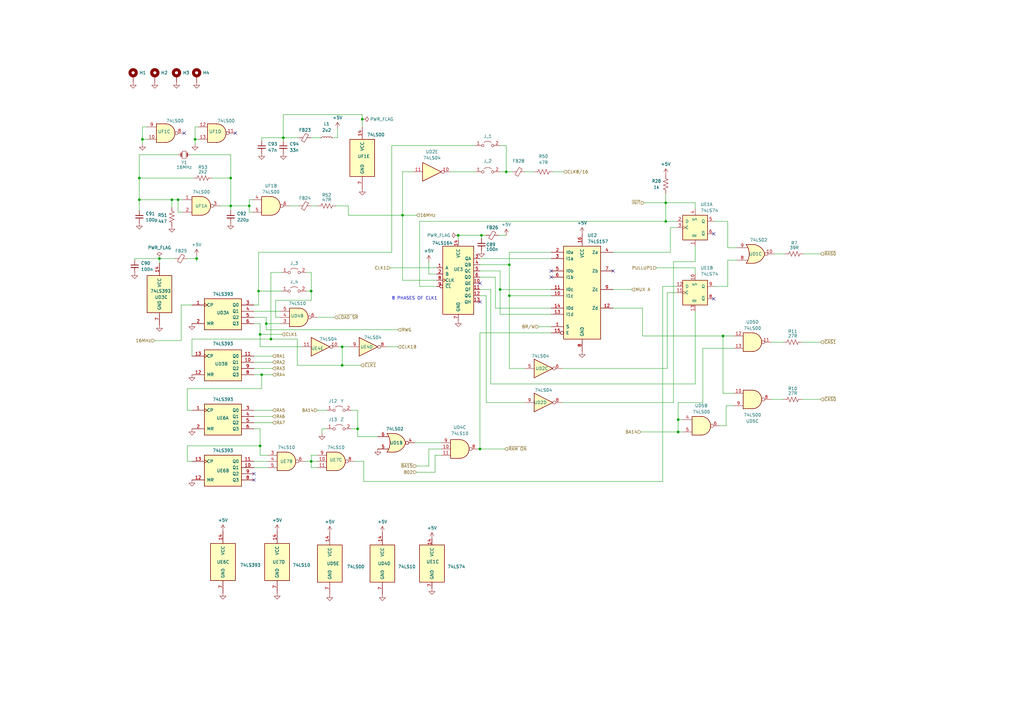
<source format=kicad_sch>
(kicad_sch (version 20250114) (generator "eeschema") (generator_version "9.0")
  (paper "A3")
  (title_block (title "Master Timing") (rev "E") (company "Commodore") (comment 1 "Logic Diagram Universal PET") (comment 2 "8032081-06") (comment 3 "http://www.zimmers.net/anonftp/pub/cbm/schematics/computers/pet/univ/8032081-06.gif"))
  (circle (center 75.565 323.85) (radius 0.635) (fill (type color)))
  (circle (center 64.135 327.66) (radius 0.635) (fill (type color)))
  (circle (center 68.58 335.28) (radius 0.635) (fill (type color)))
  (circle (center 60.96 335.28) (radius 0.635) (fill (type color)))
  (circle (center 78.74 335.28) (radius 0.635) (fill (type color)))
  (circle (center 68.58 327.66) (radius 0.635) (fill (type color)))
  (circle (center 75.565 327.66) (radius 0.635) (fill (type color)))
  (rectangle (start 53.34 329.565) (end 80.645 329.565) (stroke (width 0) (type dash)))
  (circle (center 68.58 331.47) (radius 0.635) (fill (type color)))
  (circle (center 71.755 335.28) (radius 0.635) (fill (type color)))
  (rectangle (start 75.565 327.66) (end 78.74 327.66))
  (circle (center 64.135 335.28) (radius 0.635) (fill (type color)))
  (circle (center 71.755 327.66) (radius 0.635) (fill (type color)))
  (rectangle (start 68.58 331.47) (end 71.755 331.47))
  (rectangle (start 53.34 317.5) (end 80.645 317.5) (stroke (width 0) (type dash)))
  (circle (center 60.96 323.85) (radius 0.635) (fill (type color)))
  (rectangle (start 60.96 323.85) (end 64.135 323.85))
  (circle (center 64.135 323.85) (radius 0.635) (fill (type color)))
  (rectangle (start 66.04 317.5) (end 66.04 337.185))
  (circle (center 78.74 323.85) (radius 0.635) (fill (type color)))
  (circle (center 64.135 331.47) (radius 0.635) (fill (type color)))
  (rectangle (start 60.96 335.28) (end 64.135 335.28))
  (rectangle (start 53.34 333.375) (end 80.645 333.375) (stroke (width 0) (type dash)))
  (circle (center 78.74 327.66) (radius 0.635) (fill (type color)))
  (rectangle (start 68.58 323.85) (end 71.755 323.85))
  (circle (center 75.565 331.47) (radius 0.635) (fill (type color)))
  (circle (center 60.96 327.66) (radius 0.635) (fill (type color)))
  (circle (center 68.58 323.85) (radius 0.635) (fill (type color)))
  (circle (center 75.565 335.28) (radius 0.635) (fill (type color)))
  (rectangle (start 58.42 317.5) (end 58.42 337.185))
  (rectangle (start 53.34 325.755) (end 80.645 325.755) (stroke (width 0) (type dash)))
  (rectangle (start 75.565 331.47) (end 78.74 331.47))
  (circle (center 71.755 323.85) (radius 0.635) (fill (type color)))
  (rectangle (start 53.34 312.42) (end 80.645 312.42) (stroke (width 0) (type dash)))
  (circle (center 71.755 331.47) (radius 0.635) (fill (type color)))
  (rectangle (start 53.34 307.34) (end 80.645 337.185) (stroke (width 0) (type dash)))
  (circle (center 60.96 331.47) (radius 0.635) (fill (type color)))
  (circle (center 78.74 331.47) (radius 0.635) (fill (type color)))
  (rectangle (start 53.34 321.945) (end 80.645 321.945) (stroke (width 0) (type dash)))
  (rectangle (start 73.66 317.5) (end 73.66 337.185))
  (text "32K" (at 60.325 320.675 0) (effects (font (size 1.27 1.27)) (justify left bottom)))
  (text "8 PHASES OF CLK1" (at 160.655 123.19 0) (effects (font (size 1.27 1.27)) (justify left bottom)))
  (text "16K" (at 67.945 320.675 0) (effects (font (size 1.27 1.27)) (justify left bottom)))
  (text "Y" (at 55.245 332.74 0) (effects (font (size 1.27 1.27)) (justify left bottom)))
  (text "W" (at 55.245 324.485 0) (effects (font (size 1.27 1.27)) (justify left bottom)))
  (text "JUMPER TABLE" (at 59.69 311.15 0) (effects (font (size 1.27 1.27)) (justify left bottom)))
  (text "Z" (at 55.245 336.55 0) (effects (font (size 1.27 1.27)) (justify left bottom)))
  (text "X" (at 55.245 328.295 0) (effects (font (size 1.27 1.27)) (justify left bottom)))
  (text "8K" (at 75.565 320.675 0) (effects (font (size 1.27 1.27)) (justify left bottom)))
  (text "MEMORY JUMPERS" (at 58.42 316.23 0) (effects (font (size 1.27 1.27)) (justify left bottom)))
  (junction (at 205.105 118.745))
  (junction (at 80.01 57.15))
  (junction (at 111.125 139.065))
  (junction (at 73.025 81.915))
  (junction (at 116.205 56.515))
  (junction (at 140.335 149.86))
  (junction (at 65.405 106.045))
  (junction (at 208.915 108.585))
  (junction (at 127.635 189.23))
  (junction (at 106.68 137.16))
  (junction (at 278.13 172.085))
  (junction (at 273.05 90.805))
  (junction (at 127.635 119.38))
  (junction (at 207.645 70.485))
  (junction (at 148.59 48.895))
  (junction (at 296.545 137.795))
  (junction (at 278.13 177.165))
  (junction (at 109.22 132.715))
  (junction (at 208.915 121.285))
  (junction (at 57.15 81.915))
  (junction (at 80.645 106.045))
  (junction (at 106.045 119.38))
  (junction (at 197.485 96.52))
  (junction (at 94.615 84.455))
  (junction (at 106.68 182.88))
  (junction (at 58.42 57.15))
  (junction (at 70.485 81.915))
  (junction (at 165.1 88.265))
  (junction (at 102.235 84.455))
  (junction (at 146.685 175.895))
  (junction (at 107.315 153.67))
  (junction (at 187.96 96.52))
  (junction (at 196.85 184.15))
  (junction (at 57.15 73.025))
  (junction (at 273.05 83.185))
  (junction (at 140.335 142.24))
  (junction (at 94.615 73.025))
  (no_connect (at 196.85 123.825))
  (no_connect (at 196.85 116.205))
  (no_connect (at 226.06 113.665))
  (no_connect (at 251.46 111.125))
  (no_connect (at 104.14 196.85))
  (no_connect (at 292.735 122.555))
  (no_connect (at 226.06 111.125))
  (no_connect (at 104.14 194.31))
  (no_connect (at 96.52 54.61))
  (no_connect (at 75.565 54.61))
  (no_connect (at 292.735 95.885))
  (wire (pts (xy 111.125 111.76) (xy 111.125 139.065)))
  (wire (pts (xy 70.485 81.915) (xy 73.025 81.915)))
  (wire (pts (xy 58.42 57.15) (xy 58.42 52.07)))
  (wire (pts (xy 144.145 175.895) (xy 146.685 175.895)))
  (wire (pts (xy 292.735 117.475) (xy 298.45 117.475)))
  (wire (pts (xy 298.45 101.6) (xy 298.45 90.805)))
  (wire (pts (xy 297.815 174.625) (xy 295.275 174.625)))
  (wire (pts (xy 127.635 186.69) (xy 127.635 189.23)))
  (wire (pts (xy 199.39 121.285) (xy 199.39 165.1)))
  (wire (pts (xy 273.05 83.185) (xy 273.05 90.805)))
  (wire (pts (xy 106.045 103.505) (xy 106.045 119.38)))
  (wire (pts (xy 63.5 139.7) (xy 74.295 139.7)))
  (wire (pts (xy 154.94 179.07) (xy 146.685 179.07)))
  (wire (pts (xy 179.07 114.935) (xy 165.1 114.935)))
  (wire (pts (xy 137.795 84.455) (xy 142.875 84.455)))
  (wire (pts (xy 269.24 109.855) (xy 285.115 109.855)))
  (wire (pts (xy 116.205 56.515) (xy 107.315 56.515)))
  (wire (pts (xy 207.645 59.69) (xy 207.645 70.485)))
  (wire (pts (xy 146.685 175.895) (xy 146.685 179.07)))
  (wire (pts (xy 122.555 56.515) (xy 116.205 56.515)))
  (wire (pts (xy 86.995 73.025) (xy 94.615 73.025)))
  (wire (pts (xy 196.85 108.585) (xy 208.915 108.585)))
  (wire (pts (xy 208.915 103.505) (xy 226.06 103.505)))
  (wire (pts (xy 197.485 96.52) (xy 197.485 97.79)))
  (wire (pts (xy 106.045 119.38) (xy 106.045 125.095)))
  (wire (pts (xy 78.74 146.05) (xy 78.74 139.065)))
  (wire (pts (xy 285.115 85.725) (xy 285.115 83.185)))
  (wire (pts (xy 196.215 184.15) (xy 196.85 184.15)))
  (wire (pts (xy 94.615 84.455) (xy 94.615 73.025)))
  (wire (pts (xy 116.205 46.99) (xy 148.59 46.99)))
  (wire (pts (xy 94.615 63.5) (xy 78.105 63.5)))
  (wire (pts (xy 160.02 109.855) (xy 179.07 109.855)))
  (wire (pts (xy 328.93 140.335) (xy 336.55 140.335)))
  (wire (pts (xy 196.85 118.745) (xy 201.295 118.745)))
  (wire (pts (xy 109.22 132.715) (xy 114.935 132.715)))
  (wire (pts (xy 104.14 127.635) (xy 114.935 127.635)))
  (wire (pts (xy 106.68 175.895) (xy 104.14 175.895)))
  (wire (pts (xy 298.45 106.68) (xy 302.26 106.68)))
  (wire (pts (xy 172.085 90.805) (xy 273.05 90.805)))
  (wire (pts (xy 73.025 86.995) (xy 73.025 81.915)))
  (wire (pts (xy 106.68 182.88) (xy 106.68 186.69)))
  (wire (pts (xy 140.335 142.24) (xy 140.335 149.86)))
  (wire (pts (xy 104.14 189.23) (xy 109.855 189.23)))
  (wire (pts (xy 205.105 118.745) (xy 226.06 118.745)))
  (wire (pts (xy 113.03 130.175) (xy 113.03 123.19)))
  (wire (pts (xy 205.105 111.125) (xy 205.105 118.745)))
  (wire (pts (xy 175.895 112.395) (xy 179.07 112.395)))
  (wire (pts (xy 127.635 56.515) (xy 131.445 56.515)))
  (wire (pts (xy 300.99 166.37) (xy 297.815 166.37)))
  (wire (pts (xy 288.29 142.875) (xy 288.29 165.1)))
  (wire (pts (xy 70.485 85.09) (xy 70.485 81.915)))
  (wire (pts (xy 127.635 189.23) (xy 130.175 189.23)))
  (wire (pts (xy 127.635 119.38) (xy 127.635 111.76)))
  (wire (pts (xy 57.15 81.915) (xy 70.485 81.915)))
  (wire (pts (xy 125.73 119.38) (xy 127.635 119.38)))
  (wire (pts (xy 104.14 146.05) (xy 111.76 146.05)))
  (wire (pts (xy 285.115 83.185) (xy 273.05 83.185)))
  (wire (pts (xy 104.14 191.77) (xy 109.855 191.77)))
  (wire (pts (xy 109.22 130.175) (xy 109.22 132.715)))
  (wire (pts (xy 276.225 107.315) (xy 276.225 165.1)))
  (wire (pts (xy 316.23 163.83) (xy 321.31 163.83)))
  (wire (pts (xy 73.025 63.5) (xy 57.15 63.5)))
  (wire (pts (xy 74.295 139.7) (xy 74.295 125.095)))
  (wire (pts (xy 104.14 130.175) (xy 109.22 130.175)))
  (wire (pts (xy 226.695 70.485) (xy 231.14 70.485)))
  (wire (pts (xy 106.045 125.095) (xy 104.14 125.095)))
  (wire (pts (xy 104.14 170.815) (xy 111.76 170.815)))
  (wire (pts (xy 57.15 86.36) (xy 57.15 81.915)))
  (wire (pts (xy 76.835 159.385) (xy 107.315 159.385)))
  (wire (pts (xy 57.15 73.025) (xy 57.15 81.915)))
  (wire (pts (xy 208.915 108.585) (xy 208.915 103.505)))
  (wire (pts (xy 203.2 126.365) (xy 203.2 113.665)))
  (wire (pts (xy 107.315 56.515) (xy 107.315 57.785)))
  (wire (pts (xy 296.545 161.29) (xy 296.545 137.795)))
  (wire (pts (xy 94.615 84.455) (xy 94.615 86.36)))
  (wire (pts (xy 197.485 96.52) (xy 199.39 96.52)))
  (wire (pts (xy 138.43 56.515) (xy 136.525 56.515)))
  (wire (pts (xy 278.13 172.085) (xy 280.035 172.085)))
  (wire (pts (xy 130.175 130.175) (xy 137.16 130.175)))
  (wire (pts (xy 273.05 79.375) (xy 273.05 83.185)))
  (wire (pts (xy 196.85 136.525) (xy 196.85 184.15)))
  (wire (pts (xy 288.29 165.1) (xy 278.13 165.1)))
  (wire (pts (xy 196.85 136.525) (xy 226.06 136.525)))
  (wire (pts (xy 113.03 123.19) (xy 127.635 123.19)))
  (wire (pts (xy 90.17 84.455) (xy 94.615 84.455)))
  (wire (pts (xy 196.85 121.285) (xy 199.39 121.285)))
  (wire (pts (xy 76.835 182.88) (xy 106.68 182.88)))
  (wire (pts (xy 271.78 197.485) (xy 149.225 197.485)))
  (wire (pts (xy 264.16 83.185) (xy 273.05 83.185)))
  (wire (pts (xy 104.14 132.715) (xy 106.68 132.715)))
  (wire (pts (xy 273.685 151.13) (xy 230.505 151.13)))
  (wire (pts (xy 251.46 103.505) (xy 274.955 103.505)))
  (wire (pts (xy 78.74 139.065) (xy 111.125 139.065)))
  (wire (pts (xy 140.335 142.24) (xy 139.065 142.24)))
  (wire (pts (xy 132.08 175.895) (xy 133.985 175.895)))
  (wire (pts (xy 277.495 120.015) (xy 273.685 120.015)))
  (wire (pts (xy 196.85 184.15) (xy 207.01 184.15)))
  (wire (pts (xy 163.195 135.255) (xy 109.22 135.255)))
  (wire (pts (xy 106.68 142.24) (xy 106.68 137.16)))
  (wire (pts (xy 127.635 191.77) (xy 130.175 191.77)))
  (wire (pts (xy 170.18 181.61) (xy 180.975 181.61)))
  (wire (pts (xy 274.955 93.345) (xy 277.495 93.345)))
  (wire (pts (xy 80.645 106.045) (xy 80.645 104.775)))
  (wire (pts (xy 178.435 186.69) (xy 180.975 186.69)))
  (wire (pts (xy 147.955 149.86) (xy 140.335 149.86)))
  (wire (pts (xy 142.875 84.455) (xy 142.875 88.265)))
  (wire (pts (xy 106.68 137.16) (xy 115.57 137.16)))
  (wire (pts (xy 114.935 130.175) (xy 113.03 130.175)))
  (wire (pts (xy 71.755 106.045) (xy 65.405 106.045)))
  (wire (pts (xy 329.565 104.14) (xy 336.55 104.14)))
  (wire (pts (xy 205.105 118.745) (xy 205.105 128.905)))
  (wire (pts (xy 196.85 111.125) (xy 205.105 111.125)))
  (wire (pts (xy 165.1 88.265) (xy 170.815 88.265)))
  (wire (pts (xy 196.85 113.665) (xy 203.2 113.665)))
  (wire (pts (xy 273.05 90.805) (xy 277.495 90.805)))
  (wire (pts (xy 204.47 96.52) (xy 207.645 96.52)))
  (wire (pts (xy 146.685 168.275) (xy 146.685 175.895)))
  (wire (pts (xy 149.225 189.23) (xy 145.415 189.23)))
  (wire (pts (xy 276.225 165.1) (xy 230.505 165.1)))
  (wire (pts (xy 104.14 151.13) (xy 111.76 151.13)))
  (wire (pts (xy 251.46 118.745) (xy 259.08 118.745)))
  (wire (pts (xy 130.175 168.275) (xy 133.985 168.275)))
  (wire (pts (xy 104.14 168.275) (xy 111.76 168.275)))
  (wire (pts (xy 102.235 81.915) (xy 103.505 81.915)))
  (wire (pts (xy 138.43 52.705) (xy 138.43 56.515)))
  (wire (pts (xy 208.915 121.285) (xy 226.06 121.285)))
  (wire (pts (xy 104.14 153.67) (xy 107.315 153.67)))
  (wire (pts (xy 273.685 120.015) (xy 273.685 151.13)))
  (wire (pts (xy 121.92 149.86) (xy 140.335 149.86)))
  (wire (pts (xy 74.93 86.995) (xy 73.025 86.995)))
  (wire (pts (xy 172.085 117.475) (xy 172.085 90.805)))
  (wire (pts (xy 107.315 159.385) (xy 107.315 153.67)))
  (wire (pts (xy 170.815 193.675) (xy 178.435 193.675)))
  (wire (pts (xy 127.635 123.19) (xy 127.635 119.38)))
  (wire (pts (xy 278.13 172.085) (xy 278.13 177.165)))
  (wire (pts (xy 102.235 84.455) (xy 102.235 81.915)))
  (wire (pts (xy 132.08 177.8) (xy 132.08 175.895)))
  (wire (pts (xy 175.895 107.315) (xy 175.895 112.395)))
  (wire (pts (xy 109.855 186.69) (xy 106.68 186.69)))
  (wire (pts (xy 142.875 88.265) (xy 165.1 88.265)))
  (wire (pts (xy 205.105 59.69) (xy 207.645 59.69)))
  (wire (pts (xy 300.99 161.29) (xy 296.545 161.29)))
  (wire (pts (xy 292.735 90.805) (xy 298.45 90.805)))
  (wire (pts (xy 78.74 168.275) (xy 76.835 168.275)))
  (wire (pts (xy 196.85 106.045) (xy 226.06 106.045)))
  (wire (pts (xy 165.1 88.265) (xy 165.1 114.935)))
  (wire (pts (xy 55.245 106.68) (xy 55.245 106.045)))
  (wire (pts (xy 297.815 166.37) (xy 297.815 174.625)))
  (wire (pts (xy 208.915 108.585) (xy 208.915 121.285)))
  (wire (pts (xy 102.235 86.995) (xy 102.235 84.455)))
  (wire (pts (xy 160.655 103.505) (xy 106.045 103.505)))
  (wire (pts (xy 58.42 59.055) (xy 58.42 57.15)))
  (wire (pts (xy 203.2 126.365) (xy 226.06 126.365)))
  (wire (pts (xy 262.89 177.165) (xy 278.13 177.165)))
  (wire (pts (xy 73.025 81.915) (xy 74.93 81.915)))
  (wire (pts (xy 278.13 165.1) (xy 278.13 172.085)))
  (wire (pts (xy 109.22 132.715) (xy 109.22 135.255)))
  (wire (pts (xy 80.01 57.15) (xy 81.28 57.15)))
  (wire (pts (xy 220.98 133.985) (xy 226.06 133.985)))
  (wire (pts (xy 118.745 84.455) (xy 122.555 84.455)))
  (wire (pts (xy 172.085 117.475) (xy 179.07 117.475)))
  (wire (pts (xy 316.23 140.335) (xy 321.31 140.335)))
  (wire (pts (xy 285.115 157.48) (xy 285.115 127.635)))
  (wire (pts (xy 278.13 177.165) (xy 280.035 177.165)))
  (wire (pts (xy 103.505 86.995) (xy 102.235 86.995)))
  (wire (pts (xy 58.42 52.07) (xy 60.325 52.07)))
  (wire (pts (xy 158.75 142.24) (xy 163.195 142.24)))
  (wire (pts (xy 208.915 121.285) (xy 208.915 151.13)))
  (wire (pts (xy 148.59 46.99) (xy 148.59 48.895)))
  (wire (pts (xy 296.545 137.795) (xy 263.525 137.795)))
  (wire (pts (xy 148.59 48.895) (xy 148.59 52.07)))
  (wire (pts (xy 187.96 98.425) (xy 187.96 96.52)))
  (wire (pts (xy 285.115 109.855) (xy 285.115 112.395)))
  (wire (pts (xy 199.39 165.1) (xy 215.265 165.1)))
  (wire (pts (xy 74.295 125.095) (xy 78.74 125.095)))
  (wire (pts (xy 277.495 117.475) (xy 271.78 117.475)))
  (wire (pts (xy 215.265 70.485) (xy 219.075 70.485)))
  (wire (pts (xy 160.655 59.69) (xy 160.655 103.505)))
  (wire (pts (xy 65.405 106.045) (xy 65.405 107.95)))
  (wire (pts (xy 107.315 153.67) (xy 111.76 153.67)))
  (wire (pts (xy 271.78 117.475) (xy 271.78 197.485)))
  (wire (pts (xy 165.1 70.485) (xy 169.545 70.485)))
  (wire (pts (xy 80.645 106.045) (xy 80.645 107.315)))
  (wire (pts (xy 180.975 184.15) (xy 175.895 184.15)))
  (wire (pts (xy 298.45 117.475) (xy 298.45 106.68)))
  (wire (pts (xy 58.42 57.15) (xy 60.325 57.15)))
  (wire (pts (xy 184.785 70.485) (xy 194.945 70.485)))
  (wire (pts (xy 104.14 173.355) (xy 111.76 173.355)))
  (wire (pts (xy 285.115 107.315) (xy 276.225 107.315)))
  (wire (pts (xy 140.335 142.24) (xy 143.51 142.24)))
  (wire (pts (xy 80.01 52.07) (xy 81.28 52.07)))
  (wire (pts (xy 149.225 197.485) (xy 149.225 189.23)))
  (wire (pts (xy 94.615 84.455) (xy 102.235 84.455)))
  (wire (pts (xy 116.205 56.515) (xy 116.205 57.785)))
  (wire (pts (xy 207.645 70.485) (xy 205.105 70.485)))
  (wire (pts (xy 175.895 184.15) (xy 175.895 191.135)))
  (wire (pts (xy 205.105 128.905) (xy 226.06 128.905)))
  (wire (pts (xy 76.835 189.23) (xy 76.835 182.88)))
  (wire (pts (xy 300.99 142.875) (xy 288.29 142.875)))
  (wire (pts (xy 146.685 168.275) (xy 144.145 168.275)))
  (wire (pts (xy 263.525 126.365) (xy 263.525 137.795)))
  (wire (pts (xy 55.245 106.045) (xy 65.405 106.045)))
  (wire (pts (xy 80.01 52.07) (xy 80.01 57.15)))
  (wire (pts (xy 127.635 189.23) (xy 127.635 191.77)))
  (wire (pts (xy 78.74 189.23) (xy 76.835 189.23)))
  (wire (pts (xy 116.205 56.515) (xy 116.205 46.99)))
  (wire (pts (xy 328.93 163.83) (xy 336.55 163.83)))
  (wire (pts (xy 121.92 139.065) (xy 121.92 149.86)))
  (wire (pts (xy 194.945 59.69) (xy 160.655 59.69)))
  (wire (pts (xy 130.175 186.69) (xy 127.635 186.69)))
  (wire (pts (xy 79.375 73.025) (xy 57.15 73.025)))
  (wire (pts (xy 80.01 57.15) (xy 80.01 59.055)))
  (wire (pts (xy 201.295 118.745) (xy 201.295 157.48)))
  (wire (pts (xy 208.915 151.13) (xy 215.265 151.13)))
  (wire (pts (xy 111.125 139.065) (xy 121.92 139.065)))
  (wire (pts (xy 317.5 104.14) (xy 321.945 104.14)))
  (wire (pts (xy 274.955 93.345) (xy 274.955 103.505)))
  (wire (pts (xy 106.68 132.715) (xy 106.68 137.16)))
  (wire (pts (xy 76.835 168.275) (xy 76.835 159.385)))
  (wire (pts (xy 106.68 175.895) (xy 106.68 182.88)))
  (wire (pts (xy 300.99 137.795) (xy 296.545 137.795)))
  (wire (pts (xy 285.115 100.965) (xy 285.115 107.315)))
  (wire (pts (xy 127.635 84.455) (xy 130.175 84.455)))
  (wire (pts (xy 178.435 193.675) (xy 178.435 186.69)))
  (wire (pts (xy 104.14 148.59) (xy 111.76 148.59)))
  (wire (pts (xy 201.295 157.48) (xy 285.115 157.48)))
  (wire (pts (xy 165.1 88.265) (xy 165.1 70.485)))
  (wire (pts (xy 187.96 96.52) (xy 197.485 96.52)))
  (wire (pts (xy 57.15 63.5) (xy 57.15 73.025)))
  (wire (pts (xy 125.095 189.23) (xy 127.635 189.23)))
  (wire (pts (xy 76.835 106.045) (xy 80.645 106.045)))
  (wire (pts (xy 123.825 142.24) (xy 106.68 142.24)))
  (wire (pts (xy 106.045 119.38) (xy 115.57 119.38)))
  (wire (pts (xy 302.26 101.6) (xy 298.45 101.6)))
  (wire (pts (xy 251.46 126.365) (xy 263.525 126.365)))
  (wire (pts (xy 94.615 73.025) (xy 94.615 63.5)))
  (wire (pts (xy 115.57 111.76) (xy 111.125 111.76)))
  (wire (pts (xy 127.635 111.76) (xy 125.73 111.76)))
  (wire (pts (xy 170.815 191.135) (xy 175.895 191.135)))
  (wire (pts (xy 207.645 70.485) (xy 210.185 70.485)))
  (hierarchical_label "RA4" (shape input) (at 111.76 153.67 0))
  (hierarchical_label "~{BA15}" (shape input) (at 170.815 191.135 180))
  (hierarchical_label "~{RAM ON}" (shape input) (at 207.01 184.15 0))
  (hierarchical_label "BR{slash}W" (shape input) (at 220.98 133.985 180))
  (hierarchical_label "~{LOAD SR}" (shape input) (at 137.16 130.175 0))
  (hierarchical_label "~{CAS1}" (shape input) (at 336.55 140.335 0))
  (hierarchical_label "RA3" (shape input) (at 111.76 151.13 0))
  (hierarchical_label "MUX A" (shape input) (at 259.08 118.745 0))
  (hierarchical_label "RWG" (shape input) (at 163.195 135.255 0))
  (hierarchical_label "16MHz" (shape input) (at 63.5 139.7 180))
  (hierarchical_label "~{CLK1}" (shape input) (at 147.955 149.86 0))
  (hierarchical_label "CLK1" (shape input) (at 160.02 109.855 180))
  (hierarchical_label "BA14" (shape input) (at 130.175 168.275 180))
  (hierarchical_label "~{CAS0}" (shape input) (at 336.55 163.83 0))
  (hierarchical_label "RA2" (shape input) (at 111.76 148.59 0))
  (hierarchical_label "16MHz" (shape input) (at 170.815 88.265 0))
  (hierarchical_label "B02" (shape input) (at 170.815 193.675 180))
  (hierarchical_label "~{RAS0}" (shape input) (at 336.55 104.14 0))
  (hierarchical_label "~{INIT}" (shape input) (at 264.16 83.185 180))
  (hierarchical_label "RA7" (shape input) (at 111.76 173.355 0))
  (hierarchical_label "CLK8{slash}16" (shape input) (at 231.14 70.485 0))
  (hierarchical_label "CLK1B" (shape input) (at 163.195 142.24 0))
  (hierarchical_label "PULLUP1" (shape input) (at 269.24 109.855 180))
  (hierarchical_label "RA6" (shape input) (at 111.76 170.815 0))
  (hierarchical_label "BA14" (shape input) (at 262.89 177.165 180))
  (hierarchical_label "CLK1" (shape input) (at 115.57 137.16 0))
  (hierarchical_label "RA1" (shape input) (at 111.76 146.05 0))
  (hierarchical_label "RA5" (shape input) (at 111.76 168.275 0))
  (symbol (lib_id "74xx:74LS10") (at 113.665 230.505 0) (unit 4)
    (property "Reference" "UE7" (at 111.76 230.505 0) (effects (justify left)))
    (property "Value" "74LS10" (at 120.015 231.775 0) (effects (justify left)))
    (property "Footprint" "Package_DIP:DIP-14_W7.62mm" (effects (hide yes)))
    (property "Datasheet" "http://www.ti.com/lit/gpn/sn74LS10" (effects (hide yes)))
  )
  (symbol (lib_id "74xx:74LS10") (at 137.795 189.23 0) (unit 3)
    (property "Reference" "UE7" (at 137.795 188.595 0))
    (property "Value" "74LS10" (at 137.7867 183.515 0))
    (property "Footprint" "Package_DIP:DIP-14_W7.62mm" (effects (hide yes)))
    (property "Datasheet" "http://www.ti.com/lit/gpn/sn74LS10" (effects (hide yes)))
  )
  (symbol (lib_id "power:GND") (at 135.255 243.84 0) (unit 1)
    (property "Reference" "#PWR0301" (effects (hide yes)))
    (property "Value" "GND" (effects (hide yes)))
  )
  (symbol (lib_id "Jumper:Jumper_2_Open") (at 139.065 168.275 0) (unit 1) (in_bom no)
    (property "Reference" "J12" (at 136.525 164.465 0))
    (property "Value" "Y" (at 140.335 164.465 0))
    (property "Footprint" "Jumpers:Jumper-12.4mm" (effects (hide yes)))
  )
  (symbol (lib_id "Device:FerriteBead_Small") (at 201.93 96.52 90) (unit 1)
    (property "Reference" "FB26" (at 201.93 93.345 90))
    (property "Value" "Ferrite Bead" (effects (hide yes)))
    (property "Footprint" "Ferrite:FerriteBead" (effects (hide yes)))
  )
  (symbol (lib_id "74xx:74LS00") (at 308.61 163.83 0) (mirror x) (unit 3)
    (property "Reference" "UD5" (at 308.6017 172.72 0))
    (property "Value" "74LS00" (at 308.6017 170.18 0))
    (property "Footprint" "Package_DIP:DIP-14_W7.62mm" (effects (hide yes)))
    (property "Datasheet" "http://www.ti.com/lit/gpn/sn74ls00" (effects (hide yes)))
  )
  (symbol (lib_id "power:GND") (at 116.205 62.865 0) (unit 1)
    (property "Reference" "#PWR0282" (effects (hide yes)))
    (property "Value" "GND" (effects (hide yes)))
  )
  (symbol (lib_id "Device:C_Small") (at 55.245 109.22 0) (unit 1)
    (property "Reference" "C90" (at 57.785 107.9563 0) (effects (justify left)))
    (property "Value" "100n" (at 57.785 110.4963 0) (effects (justify left)))
    (property "Footprint" "Capacitors:C_Axial" (effects (hide yes)))
  )
  (symbol (lib_id "power:+5V") (at 113.665 217.805 0) (unit 1)
    (property "Reference" "#PWR0289" (effects (hide yes)))
    (property "Value" "+5V" (at 113.665 213.36 0))
  )
  (symbol (lib_id "Device:L_Small") (at 133.985 56.515 90) (unit 1)
    (property "Reference" "L1" (at 133.985 50.8 90))
    (property "Value" "2u2" (at 133.985 53.34 90))
    (property "Footprint" "Capacitors:C_Axial" (effects (hide yes)))
  )
  (symbol (lib_id "74xx:74LS02") (at 162.56 181.61 0) (mirror x) (unit 2)
    (property "Reference" "UD1" (at 162.56 181.61 0))
    (property "Value" "74LS02" (at 161.925 175.895 0))
    (property "Footprint" "Package_DIP:DIP-14_W7.62mm" (effects (hide yes)))
    (property "Datasheet" "http://www.ti.com/lit/gpn/sn74ls02" (effects (hide yes)))
  )
  (symbol (lib_id "74xx:74LS393") (at 91.44 230.505 0) (unit 3)
    (property "Reference" "UE6" (at 88.9 230.505 0) (effects (justify left)))
    (property "Value" "74LS393" (at 98.425 231.775 0) (effects (justify left)))
    (property "Footprint" "Package_DIP:DIP-14_W7.62mm" (effects (hide yes)))
    (property "Datasheet" "74xx\\74LS393.pdf" (effects (hide yes)))
  )
  (symbol (lib_id "power:GND") (at 54.61 33.655 0) (unit 1)
    (property "Reference" "#PWR0337" (effects (hide yes)))
    (property "Value" "GND" (effects (hide yes)))
  )
  (symbol (lib_id "Device:FerriteBead_Small") (at 74.295 106.045 90) (unit 1)
    (property "Reference" "FB25" (at 74.295 102.87 90))
    (property "Value" "Ferrite Bead" (effects (hide yes)))
    (property "Footprint" "Ferrite:FerriteBead" (effects (hide yes)))
  )
  (symbol (lib_id "74xx:74LS00") (at 67.945 54.61 0) (unit 3)
    (property "Reference" "UF1" (at 67.31 53.975 0))
    (property "Value" "74LS00" (at 71.755 49.53 0))
    (property "Footprint" "Package_DIP:DIP-14_W7.62mm" (effects (hide yes)))
    (property "Datasheet" "http://www.ti.com/lit/gpn/sn74ls00" (effects (hide yes)))
  )
  (symbol (lib_id "Mechanical:MountingHole_Pad") (at 80.645 31.115 0) (unit 1) (in_bom no)
    (property "Reference" "H4" (at 83.185 29.845 0) (effects (justify left)))
    (property "Value" "MountingHole_Pad" (effects (hide yes)))
    (property "Footprint" "MountingHole:MountingHole_2.2mm_M2_Pad" (effects (hide yes)))
  )
  (symbol (lib_id "74xx:74LS00") (at 82.55 84.455 0) (unit 1)
    (property "Reference" "UF1" (at 82.55 84.455 0))
    (property "Value" "74LS00" (at 82.5417 78.74 0))
    (property "Footprint" "Package_DIP:DIP-14_W7.62mm" (effects (hide yes)))
    (property "Datasheet" "http://www.ti.com/lit/gpn/sn74ls00" (effects (hide yes)))
  )
  (symbol (lib_id "Jumper:Jumper_2_Open") (at 200.025 70.485 0) (unit 1) (in_bom no)
    (property "Reference" "J_2" (at 200.025 66.04 0))
    (property "Value" "Jumper_2_Open" (effects (hide yes)))
    (property "Footprint" "Jumpers:Jumper-7.6mm" (effects (hide yes)))
  )
  (symbol (lib_id "74xx:74LS74") (at 285.115 120.015 0) (unit 2)
    (property "Reference" "UE1" (at 287.3091 109.855 0) (effects (justify left)))
    (property "Value" "74LS74" (at 287.3091 112.395 0) (effects (justify left)))
    (property "Footprint" "Package_DIP:DIP-14_W7.62mm" (effects (hide yes)))
    (property "Datasheet" "74xx/74hc_hct74.pdf" (effects (hide yes)))
  )
  (symbol (lib_id "74xx:74LS04") (at 131.445 142.24 0) (unit 5)
    (property "Reference" "UE4" (at 130.175 142.875 0))
    (property "Value" "74LS04" (at 134.62 139.065 0))
    (property "Footprint" "Package_DIP:DIP-14_W7.62mm" (effects (hide yes)))
    (property "Datasheet" "http://www.ti.com/lit/gpn/sn74LS04" (effects (hide yes)))
  )
  (symbol (lib_id "Jumper:Jumper_2_Open") (at 120.65 111.76 0) (unit 1) (in_bom no)
    (property "Reference" "J_3" (at 120.65 107.95 0))
    (property "Value" "Jumper_2_Open" (effects (hide yes)))
    (property "Footprint" "Jumpers:Jumper-12.4mm" (effects (hide yes)))
  )
  (symbol (lib_id "74xx:74LS00") (at 148.59 64.77 0) (unit 5)
    (property "Reference" "UF1" (at 146.685 64.135 0) (effects (justify left)))
    (property "Value" "74LS00" (at 150.495 55.245 0) (effects (justify left)))
    (property "Footprint" "Package_DIP:DIP-14_W7.62mm" (effects (hide yes)))
    (property "Datasheet" "http://www.ti.com/lit/gpn/sn74ls00" (effects (hide yes)))
  )
  (symbol (lib_id "power:+5V") (at 156.845 218.44 0) (unit 1)
    (property "Reference" "#PWR0304" (effects (hide yes)))
    (property "Value" "+5V" (at 156.845 213.995 0))
  )
  (symbol (lib_id "74xx:74LS04") (at 177.165 70.485 0) (unit 5)
    (property "Reference" "UD2" (at 177.165 62.23 0))
    (property "Value" "74LS04" (at 177.165 64.77 0))
    (property "Footprint" "Package_DIP:DIP-14_W7.62mm" (effects (hide yes)))
    (property "Datasheet" "http://www.ti.com/lit/gpn/sn74LS04" (effects (hide yes)))
  )
  (symbol (lib_id "power:GND") (at 91.44 243.205 0) (unit 1)
    (property "Reference" "#PWR0221" (effects (hide yes)))
    (property "Value" "GND" (effects (hide yes)))
  )
  (symbol (lib_id "Logic:74LS164") (at 187.96 113.665 0) (unit 1)
    (property "Reference" "UE3" (at 186.055 110.49 0) (effects (justify left)))
    (property "Value" "74LS164" (at 177.165 99.695 0) (effects (justify left)))
    (property "Footprint" "Package_DIP:DIP-14_W7.62mm" (effects (hide yes)))
  )
  (symbol (lib_id "Device:R_US") (at 325.12 163.83 90) (unit 1)
    (property "Reference" "R10" (at 325.12 159.385 90))
    (property "Value" "27R" (at 325.12 161.29 90))
    (property "Footprint" "Resistors:R_Axial" (effects (hide yes)))
  )
  (symbol (lib_id "74xx:74LS00") (at 88.9 54.61 0) (unit 4)
    (property "Reference" "UF1" (at 88.265 53.975 0))
    (property "Value" "74LS00" (at 92.71 49.53 0))
    (property "Footprint" "Package_DIP:DIP-14_W7.62mm" (effects (hide yes)))
    (property "Datasheet" "http://www.ti.com/lit/gpn/sn74ls00" (effects (hide yes)))
  )
  (symbol (lib_id "power:+5V") (at 207.645 96.52 0) (unit 1)
    (property "Reference" "#PWR0213" (effects (hide yes)))
    (property "Value" "+5V" (at 207.645 92.075 0))
  )
  (symbol (lib_id "power:+5V") (at 273.05 71.755 0) (unit 1)
    (property "Reference" "#PWR0290" (effects (hide yes)))
    (property "Value" "+5V" (at 273.05 67.31 0))
  )
  (symbol (lib_id "power:GND") (at 80.645 33.655 0) (unit 1)
    (property "Reference" "#PWR0340" (effects (hide yes)))
    (property "Value" "GND" (effects (hide yes)))
  )
  (symbol (lib_id "power:GND") (at 113.665 243.205 0) (unit 1)
    (property "Reference" "#PWR0222" (effects (hide yes)))
    (property "Value" "GND" (effects (hide yes)))
  )
  (symbol (lib_id "power:GND") (at 156.845 243.84 0) (unit 1)
    (property "Reference" "#PWR0305" (effects (hide yes)))
    (property "Value" "GND" (effects (hide yes)))
  )
  (symbol (lib_id "74xx:74LS74") (at 177.165 231.14 0) (unit 3)
    (property "Reference" "UE1" (at 174.879 230.378 0) (effects (justify left)))
    (property "Value" "74LS74" (at 183.515 232.41 0) (effects (justify left)))
    (property "Footprint" "Package_DIP:DIP-14_W7.62mm" (effects (hide yes)))
    (property "Datasheet" "74xx/74hc_hct74.pdf" (effects (hide yes)))
  )
  (symbol (lib_id "Device:C_Small") (at 197.485 100.33 0) (unit 1)
    (property "Reference" "C89" (at 199.39 100.33 0) (effects (justify left)))
    (property "Value" "100n" (at 199.39 102.235 0) (effects (justify left)))
    (property "Footprint" "Capacitors:C_Axial" (effects (hide yes)))
  )
  (symbol (lib_id "74xx:74LS00") (at 111.125 84.455 0) (unit 2)
    (property "Reference" "UF1" (at 111.1167 76.2 0))
    (property "Value" "74LS00" (at 111.1167 78.74 0))
    (property "Footprint" "Package_DIP:DIP-14_W7.62mm" (effects (hide yes)))
    (property "Datasheet" "http://www.ti.com/lit/gpn/sn74ls00" (effects (hide yes)))
  )
  (symbol (lib_id "power:GND") (at 107.315 62.865 0) (unit 1)
    (property "Reference" "#PWR0281" (effects (hide yes)))
    (property "Value" "GND" (effects (hide yes)))
  )
  (symbol (lib_id "74xx:74LS10") (at 156.845 231.14 0) (unit 4)
    (property "Reference" "UD4" (at 154.94 231.14 0) (effects (justify left)))
    (property "Value" "74LS10" (at 163.195 232.41 0) (effects (justify left)))
    (property "Footprint" "Package_DIP:DIP-14_W7.62mm" (effects (hide yes)))
    (property "Datasheet" "http://www.ti.com/lit/gpn/sn74LS10" (effects (hide yes)))
  )
  (symbol (lib_id "power:+5V") (at 91.44 217.805 0) (unit 1)
    (property "Reference" "#PWR0288" (effects (hide yes)))
    (property "Value" "+5V" (at 91.44 213.36 0))
  )
  (symbol (lib_id "Device:FerriteBead_Small") (at 125.095 56.515 90) (unit 1)
    (property "Reference" "FB23" (at 125.095 53.34 90))
    (property "Value" "Ferrite Bead" (effects (hide yes)))
    (property "Footprint" "Ferrite:FerriteBead" (effects (hide yes)))
  )
  (symbol (lib_id "Jumper:Jumper_2_Open") (at 139.065 175.895 0) (unit 1) (in_bom no)
    (property "Reference" "J13" (at 136.525 172.085 0))
    (property "Value" "Z" (at 140.335 172.085 0))
    (property "Footprint" "Jumpers:Jumper-12.4mm" (effects (hide yes)))
  )
  (symbol (lib_id "Mechanical:MountingHole_Pad") (at 63.5 31.115 0) (unit 1) (in_bom no)
    (property "Reference" "H2" (at 66.04 29.845 0) (effects (justify left)))
    (property "Value" "MountingHole_Pad" (effects (hide yes)))
    (property "Footprint" "MountingHole:MountingHole_2.2mm_M2_Pad" (effects (hide yes)))
  )
  (symbol (lib_id "power:GND") (at 78.74 196.85 0) (unit 1)
    (property "Reference" "#PWR0220" (effects (hide yes)))
    (property "Value" "GND" (effects (hide yes)))
  )
  (symbol (lib_id "power:GND") (at 70.485 92.71 0) (unit 1)
    (property "Reference" "#PWR0212" (effects (hide yes)))
    (property "Value" "GND" (effects (hide yes)))
  )
  (symbol (lib_id "74xx:74LS157") (at 238.76 118.745 0) (unit 1)
    (property "Reference" "UE2" (at 240.9541 96.52 0) (effects (justify left)))
    (property "Value" "74LS157" (at 240.9541 99.06 0) (effects (justify left)))
    (property "Footprint" "Package_DIP:DIP-16_W7.62mm" (effects (hide yes)))
    (property "Datasheet" "http://www.ti.com/lit/gpn/sn74LS157" (effects (hide yes)))
  )
  (symbol (lib_id "74xx:74LS04") (at 222.885 151.13 0) (unit 3)
    (property "Reference" "UD2" (at 222.25 151.13 0))
    (property "Value" "74LS04" (at 221.615 146.05 0))
    (property "Footprint" "Package_DIP:DIP-14_W7.62mm" (effects (hide yes)))
    (property "Datasheet" "http://www.ti.com/lit/gpn/sn74LS04" (effects (hide yes)))
  )
  (symbol (lib_id "power:PWR_FLAG") (at 65.405 106.045 0) (unit 1)
    (property "Reference" "#FLG010" (effects (hide yes)))
    (property "Value" "PWR_FLAG" (at 65.405 101.6 0))
  )
  (symbol (lib_id "power:GND") (at 197.485 102.87 0) (unit 1)
    (property "Reference" "#PWR0321" (effects (hide yes)))
    (property "Value" "GND" (effects (hide yes)))
  )
  (symbol (lib_id "power:GND") (at 148.59 77.47 0) (unit 1)
    (property "Reference" "#PWR0224" (effects (hide yes)))
    (property "Value" "GND" (effects (hide yes)))
  )
  (symbol (lib_id "Jumper:Jumper_2_Open") (at 200.025 59.69 0) (unit 1) (in_bom no)
    (property "Reference" "J_1" (at 200.025 55.88 0))
    (property "Value" "Jumper_2_Open" (effects (hide yes)))
    (property "Footprint" "Jumpers:Jumper-7.6mm" (effects (hide yes)))
  )
  (symbol (lib_id "power:GND") (at 187.96 131.445 0) (unit 1)
    (property "Reference" "#PWR0214" (effects (hide yes)))
    (property "Value" "GND" (effects (hide yes)))
  )
  (symbol (lib_id "power:+5V") (at 80.645 104.775 0) (unit 1)
    (property "Reference" "#PWR0216" (effects (hide yes)))
    (property "Value" "+5V" (at 80.645 100.33 0))
  )
  (symbol (lib_id "power:GND") (at 238.76 144.145 0) (unit 1)
    (property "Reference" "#PWR0223" (effects (hide yes)))
    (property "Value" "GND" (effects (hide yes)))
  )
  (symbol (lib_id "Device:FerriteBead_Small") (at 212.725 70.485 90) (unit 1)
    (property "Reference" "FB28" (at 212.6869 66.04 90))
    (property "Value" "Ferrite Bead" (effects (hide yes)))
    (property "Footprint" "Ferrite:FerriteBead" (effects (hide yes)))
  )
  (symbol (lib_id "Device:C_Small") (at 57.15 88.9 0) (unit 1)
    (property "Reference" "C91" (at 59.69 87.6363 0) (effects (justify left)))
    (property "Value" "100p" (at 59.69 90.1763 0) (effects (justify left)))
    (property "Footprint" "Capacitors:C_Axial" (effects (hide yes)))
  )
  (symbol (lib_id "power:+5V") (at 177.165 220.98 0) (unit 1)
    (property "Reference" "#PWR0310" (effects (hide yes)))
    (property "Value" "+5V" (at 177.165 216.535 0))
  )
  (symbol (lib_id "74xx:74LS04") (at 151.13 142.24 0) (unit 4)
    (property "Reference" "UE4" (at 150.368 142.24 0))
    (property "Value" "74LS04" (at 152.908 138.43 0))
    (property "Footprint" "Package_DIP:DIP-14_W7.62mm" (effects (hide yes)))
    (property "Datasheet" "http://www.ti.com/lit/gpn/sn74LS04" (effects (hide yes)))
  )
  (symbol (lib_id "74xx:74LS393") (at 91.44 127.635 0) (unit 1)
    (property "Reference" "UD3" (at 91.44 128.27 0))
    (property "Value" "74LS393" (at 91.44 120.65 0))
    (property "Footprint" "Package_DIP:DIP-14_W7.62mm" (effects (hide yes)))
    (property "Datasheet" "74xx\\74LS393.pdf" (effects (hide yes)))
  )
  (symbol (lib_id "74xx:74LS04") (at 222.885 165.1 0) (unit 4)
    (property "Reference" "UD2" (at 221.615 165.1 0))
    (property "Value" "74LS04" (at 222.885 160.02 0))
    (property "Footprint" "Package_DIP:DIP-14_W7.62mm" (effects (hide yes)))
    (property "Datasheet" "http://www.ti.com/lit/gpn/sn74LS04" (effects (hide yes)))
  )
  (symbol (lib_id "74xx:74LS10") (at 188.595 184.15 0) (unit 3)
    (property "Reference" "UD4" (at 188.5867 175.26 0))
    (property "Value" "74LS10" (at 188.5867 177.8 0))
    (property "Footprint" "Package_DIP:DIP-14_W7.62mm" (effects (hide yes)))
    (property "Datasheet" "http://www.ti.com/lit/gpn/sn74LS10" (effects (hide yes)))
  )
  (symbol (lib_id "Device:Crystal_Small") (at 75.565 63.5 0) (unit 1)
    (property "Reference" "Y1" (at 75.565 66.675 0))
    (property "Value" "16MHz" (at 75.565 68.58 0))
    (property "Footprint" "Crystal:Crystal_HC49-U_Vertical" (effects (hide yes)))
  )
  (symbol (lib_id "power:PWR_FLAG") (at 187.96 96.52 90) (unit 1)
    (property "Reference" "#FLG012" (effects (hide yes)))
    (property "Value" "PWR_FLAG" (at 184.785 96.52 90) (effects (justify left)))
  )
  (symbol (lib_id "power:PWR_FLAG") (at 148.59 48.895 270) (unit 1)
    (property "Reference" "#FLG011" (effects (hide yes)))
    (property "Value" "PWR_FLAG" (at 151.765 48.895 90) (effects (justify left)))
  )
  (symbol (lib_id "power:GND") (at 132.08 177.8 0) (unit 1)
    (property "Reference" "#PWR0219" (effects (hide yes)))
    (property "Value" "GND" (effects (hide yes)))
  )
  (symbol (lib_id "Device:C_Small") (at 116.205 60.325 0) (unit 1)
    (property "Reference" "C94" (at 118.745 59.0613 0) (effects (justify left)))
    (property "Value" "33n" (at 118.745 61.6013 0) (effects (justify left)))
    (property "Footprint" "Capacitors:C_Axial" (effects (hide yes)))
  )
  (symbol (lib_id "power:GND") (at 58.42 59.055 0) (unit 1)
    (property "Reference" "#PWR0279" (effects (hide yes)))
    (property "Value" "GND" (effects (hide yes)))
  )
  (symbol (lib_id "Mechanical:MountingHole_Pad") (at 54.61 31.115 0) (unit 1) (in_bom no)
    (property "Reference" "H1" (at 57.15 29.845 0) (effects (justify left)))
    (property "Value" "MountingHole_Pad" (effects (hide yes)))
    (property "Footprint" "MountingHole:MountingHole_2.2mm_M2_Pad" (effects (hide yes)))
  )
  (symbol (lib_id "Device:R_US") (at 70.485 88.9 180) (unit 1)
    (property "Reference" "R51" (at 66.675 88.265 0))
    (property "Value" "4k7" (at 66.675 90.805 0))
    (property "Footprint" "Resistors:R_Axial" (effects (hide yes)))
  )
  (symbol (lib_id "Mechanical:MountingHole_Pad") (at 72.39 31.115 0) (unit 1) (in_bom no)
    (property "Reference" "H3" (at 74.93 29.845 0) (effects (justify left)))
    (property "Value" "MountingHole_Pad" (effects (hide yes)))
    (property "Footprint" "MountingHole:MountingHole_2.2mm_M2_Pad" (effects (hide yes)))
  )
  (symbol (lib_id "74xx:74LS10") (at 122.555 130.175 0) (mirror x) (unit 2)
    (property "Reference" "UD4" (at 121.92 129.54 0))
    (property "Value" "74LS10" (at 121.92 124.46 0))
    (property "Footprint" "Package_DIP:DIP-14_W7.62mm" (effects (hide yes)))
    (property "Datasheet" "http://www.ti.com/lit/gpn/sn74LS10" (effects (hide yes)))
  )
  (symbol (lib_id "power:GND") (at 94.615 91.44 0) (unit 1)
    (property "Reference" "#PWR0278" (effects (hide yes)))
    (property "Value" "GND" (effects (hide yes)))
  )
  (symbol (lib_id "Device:R_US") (at 133.985 84.455 90) (unit 1)
    (property "Reference" "R52" (at 133.985 80.01 90))
    (property "Value" "47R" (at 133.985 81.915 90))
    (property "Footprint" "Resistors:R_Axial" (effects (hide yes)))
  )
  (symbol (lib_id "Jumper:Jumper_2_Open") (at 120.65 119.38 0) (unit 1) (in_bom no)
    (property "Reference" "J_4" (at 120.65 115.57 0))
    (property "Value" "Jumper_2_Open" (effects (hide yes)))
    (property "Footprint" "Jumpers:Jumper-12.4mm" (effects (hide yes)))
  )
  (symbol (lib_id "74xx:74LS393") (at 65.405 120.65 0) (unit 3)
    (property "Reference" "UD3" (at 63.5 121.92 0) (effects (justify left)))
    (property "Value" "74LS393" (at 61.595 119.38 0) (effects (justify left)))
    (property "Footprint" "Package_DIP:DIP-14_W7.62mm" (effects (hide yes)))
    (property "Datasheet" "74xx\\74LS393.pdf" (effects (hide yes)))
  )
  (symbol (lib_id "power:GND") (at 78.74 175.895 0) (unit 1)
    (property "Reference" "#PWR0217" (effects (hide yes)))
    (property "Value" "GND" (effects (hide yes)))
  )
  (symbol (lib_id "power:GND") (at 72.39 33.655 0) (unit 1)
    (property "Reference" "#PWR0339" (effects (hide yes)))
    (property "Value" "GND" (effects (hide yes)))
  )
  (symbol (lib_id "power:+5V") (at 175.895 107.315 0) (unit 1)
    (property "Reference" "#PWR0215" (effects (hide yes)))
    (property "Value" "+5V" (at 175.895 102.87 0))
  )
  (symbol (lib_id "74xx:74LS00") (at 308.61 140.335 0) (unit 4)
    (property "Reference" "UD5" (at 308.6017 132.08 0))
    (property "Value" "74LS00" (at 308.6017 134.62 0))
    (property "Footprint" "Package_DIP:DIP-14_W7.62mm" (effects (hide yes)))
    (property "Datasheet" "http://www.ti.com/lit/gpn/sn74ls00" (effects (hide yes)))
  )
  (symbol (lib_id "power:GND") (at 63.5 33.655 0) (unit 1)
    (property "Reference" "#PWR0338" (effects (hide yes)))
    (property "Value" "GND" (effects (hide yes)))
  )
  (symbol (lib_id "74xx:74LS393") (at 91.44 170.815 0) (unit 1)
    (property "Reference" "UE6" (at 91.313 171.45 0))
    (property "Value" "74LS393" (at 91.44 163.83 0))
    (property "Footprint" "Package_DIP:DIP-14_W7.62mm" (effects (hide yes)))
    (property "Datasheet" "74xx\\74LS393.pdf" (effects (hide yes)))
  )
  (symbol (lib_id "power:+5V") (at 138.43 52.705 0) (unit 1)
    (property "Reference" "#PWR0283" (effects (hide yes)))
    (property "Value" "+5V" (at 138.43 48.26 0))
  )
  (symbol (lib_id "power:GND") (at 80.01 59.055 0) (unit 1)
    (property "Reference" "#PWR0280" (effects (hide yes)))
    (property "Value" "GND" (effects (hide yes)))
  )
  (symbol (lib_id "power:GND") (at 78.74 132.715 0) (unit 1)
    (property "Reference" "#PWR0286" (effects (hide yes)))
    (property "Value" "GND" (effects (hide yes)))
  )
  (symbol (lib_id "power:+5V") (at 238.76 95.885 0) (unit 1)
    (property "Reference" "#PWR0225" (effects (hide yes)))
    (property "Value" "+5V" (at 238.76 91.44 0))
  )
  (symbol (lib_id "Device:R_US") (at 222.885 70.485 90) (unit 1)
    (property "Reference" "R50" (at 222.885 64.135 90))
    (property "Value" "47R" (at 222.885 66.675 90))
    (property "Footprint" "Resistors:R_Axial" (effects (hide yes)))
  )
  (symbol (lib_id "74xx:74LS393") (at 91.44 191.77 0) (unit 2)
    (property "Reference" "UE6" (at 91.44 193.04 0))
    (property "Value" "74LS393" (at 91.44 184.785 0))
    (property "Footprint" "Package_DIP:DIP-14_W7.62mm" (effects (hide yes)))
    (property "Datasheet" "74xx\\74LS393.pdf" (effects (hide yes)))
  )
  (symbol (lib_id "74xx:74LS02") (at 309.88 104.14 0) (mirror x) (unit 3)
    (property "Reference" "UD1" (at 309.88 104.14 0))
    (property "Value" "74LS02" (at 311.15 98.425 0))
    (property "Footprint" "Package_DIP:DIP-14_W7.62mm" (effects (hide yes)))
    (property "Datasheet" "http://www.ti.com/lit/gpn/sn74ls02" (effects (hide yes)))
  )
  (symbol (lib_id "power:+5V") (at 135.255 218.44 0) (unit 1)
    (property "Reference" "#PWR0300" (effects (hide yes)))
    (property "Value" "+5V" (at 135.255 213.995 0))
  )
  (symbol (lib_id "Device:R_US") (at 325.12 140.335 90) (unit 1)
    (property "Reference" "R11" (at 325.12 135.89 90))
    (property "Value" "27R" (at 325.12 137.795 90))
    (property "Footprint" "Resistors:R_Axial" (effects (hide yes)))
  )
  (symbol (lib_id "Device:R_US") (at 83.185 73.025 90) (unit 1)
    (property "Reference" "R53" (at 83.185 68.58 90))
    (property "Value" "2k2" (at 83.185 70.485 90))
    (property "Footprint" "Resistors:R_Axial" (effects (hide yes)))
  )
  (symbol (lib_id "Device:C_Small") (at 107.315 60.325 0) (unit 1)
    (property "Reference" "C93" (at 109.855 59.0613 0) (effects (justify left)))
    (property "Value" "47n" (at 109.855 61.6013 0) (effects (justify left)))
    (property "Footprint" "Capacitors:C_Axial" (effects (hide yes)))
  )
  (symbol (lib_id "74xx:74LS00") (at 287.655 174.625 0) (unit 2)
    (property "Reference" "UD5" (at 287.6467 166.37 0))
    (property "Value" "74LS00" (at 287.6467 168.91 0))
    (property "Footprint" "Package_DIP:DIP-14_W7.62mm" (effects (hide yes)))
    (property "Datasheet" "http://www.ti.com/lit/gpn/sn74ls00" (effects (hide yes)))
  )
  (symbol (lib_id "74xx:74LS74") (at 285.115 93.345 0) (unit 1)
    (property "Reference" "UE1" (at 287.3091 83.82 0) (effects (justify left)))
    (property "Value" "74LS74" (at 287.3091 86.36 0) (effects (justify left)))
    (property "Footprint" "Package_DIP:DIP-14_W7.62mm" (effects (hide yes)))
    (property "Datasheet" "74xx/74hc_hct74.pdf" (effects (hide yes)))
  )
  (symbol (lib_id "Device:R_US") (at 273.05 75.565 180) (unit 1)
    (property "Reference" "R28" (at 269.24 74.295 0))
    (property "Value" "1k" (at 269.24 76.835 0))
    (property "Footprint" "Resistors:R_Axial" (effects (hide yes)))
  )
  (symbol (lib_id "power:GND") (at 154.94 184.15 0) (unit 1)
    (property "Reference" "#PWR0218" (effects (hide yes)))
    (property "Value" "GND" (effects (hide yes)))
  )
  (symbol (lib_id "power:GND") (at 55.245 111.76 0) (unit 1)
    (property "Reference" "#PWR0285" (effects (hide yes)))
    (property "Value" "GND" (effects (hide yes)))
  )
  (symbol (lib_id "power:GND") (at 65.405 133.35 0) (unit 1)
    (property "Reference" "#PWR0284" (effects (hide yes)))
    (property "Value" "GND" (effects (hide yes)))
  )
  (symbol (lib_id "power:GND") (at 177.165 241.3 0) (unit 1)
    (property "Reference" "#PWR0311" (effects (hide yes)))
    (property "Value" "GND" (effects (hide yes)))
  )
  (symbol (lib_id "power:GND") (at 57.15 91.44 0) (unit 1)
    (property "Reference" "#PWR0211" (effects (hide yes)))
    (property "Value" "GND" (effects (hide yes)))
  )
  (symbol (lib_id "74xx:74LS393") (at 91.44 148.59 0) (unit 2)
    (property "Reference" "UD3" (at 90.805 149.225 0))
    (property "Value" "74LS393" (at 91.44 140.97 0))
    (property "Footprint" "Package_DIP:DIP-14_W7.62mm" (effects (hide yes)))
    (property "Datasheet" "74xx\\74LS393.pdf" (effects (hide yes)))
  )
  (symbol (lib_id "power:GND") (at 78.74 153.67 0) (unit 1)
    (property "Reference" "#PWR0287" (effects (hide yes)))
    (property "Value" "GND" (effects (hide yes)))
  )
  (symbol (lib_id "74xx:74LS00") (at 135.255 231.14 0) (unit 5)
    (property "Reference" "UD5" (at 133.985 231.14 0) (effects (justify left)))
    (property "Value" "74LS00" (at 142.24 232.41 0) (effects (justify left)))
    (property "Footprint" "Package_DIP:DIP-14_W7.62mm" (effects (hide yes)))
    (property "Datasheet" "http://www.ti.com/lit/gpn/sn74ls00" (effects (hide yes)))
  )
  (symbol (lib_id "74xx:74LS10") (at 117.475 189.23 0) (unit 2)
    (property "Reference" "UE7" (at 117.475 189.23 0))
    (property "Value" "74LS10" (at 117.4667 183.515 0))
    (property "Footprint" "Package_DIP:DIP-14_W7.62mm" (effects (hide yes)))
    (property "Datasheet" "http://www.ti.com/lit/gpn/sn74LS10" (effects (hide yes)))
  )
  (symbol (lib_id "Device:R_US") (at 325.755 104.14 90) (unit 1)
    (property "Reference" "R7" (at 325.755 99.695 90))
    (property "Value" "39R" (at 325.755 101.6 90))
    (property "Footprint" "Resistors:R_Axial" (effects (hide yes)))
  )
  (symbol (lib_id "Device:C_Small") (at 94.615 88.9 0) (unit 1)
    (property "Reference" "C92" (at 97.155 87.6363 0) (effects (justify left)))
    (property "Value" "220p" (at 97.155 90.1763 0) (effects (justify left)))
    (property "Footprint" "Capacitors:C_Axial" (effects (hide yes)))
  )
  (symbol (lib_id "Device:FerriteBead_Small") (at 125.095 84.455 90) (unit 1)
    (property "Reference" "FB24" (at 125.095 81.28 90))
    (property "Value" "Ferrite Bead" (effects (hide yes)))
    (property "Footprint" "Ferrite:FerriteBead" (effects (hide yes)))
  )
)
</source>
